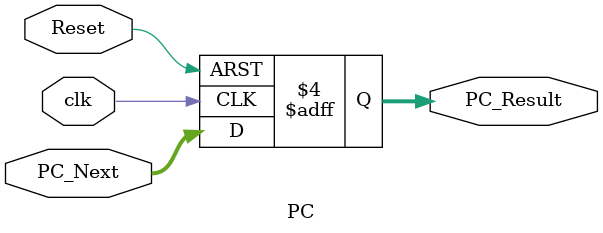
<source format=v>
`timescale 1ns / 1ps
module PC(
	input [31 : 0]PC_Next,
	input Reset, clk,
	output reg [31 : 0] PC_Result
    );
	//ªì©l¤Æ
	initial begin
		PC_Result <= 32'h00000000;
	end
	
	always @(posedge clk or posedge Reset) begin
		if(Reset ==1 )
			PC_Result <= 32'h00000000;
		else
			PC_Result <= PC_Next;
	end
endmodule

</source>
